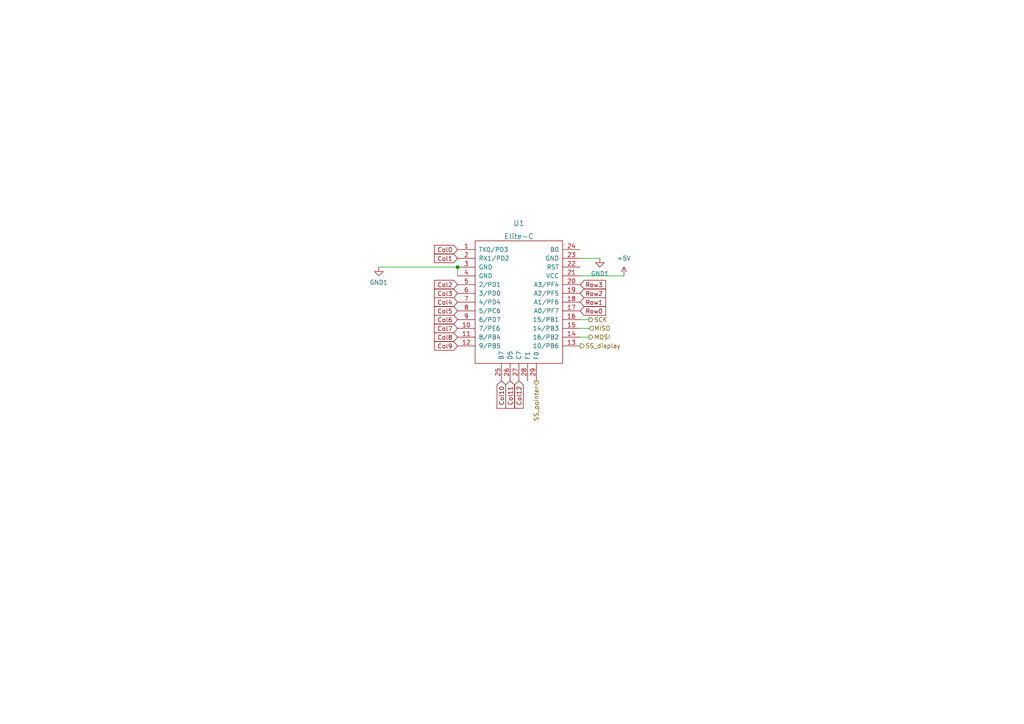
<source format=kicad_sch>
(kicad_sch (version 20230121) (generator eeschema)
  (paper "A4")
  (lib_symbols
    (symbol "keebio:Elite-C" (pin_names (offset 1.016))
      (property "Reference" "U" (at 0 0 0))
      (property "Value" "Elite-C" (at 0 2.54 0))
      (symbol "Elite-C_0_1"
        (rectangle (start 12.7 -19.05) (end -12.7 16.51))
      )
      (symbol "Elite-C_1_1"
        (pin input line (at -17.78 13.97 0) (length 5.08) (name "TX0/PD3") (number "1"))
        (pin input line (at -17.78 -8.89 0) (length 5.08) (name "7/PE6") (number "10"))
        (pin input line (at -17.78 -11.43 0) (length 5.08) (name "8/PB4") (number "11"))
        (pin input line (at -17.78 -13.97 0) (length 5.08) (name "9/PB5") (number "12"))
        (pin input line (at 17.78 -13.97 180) (length 5.08) (name "10/PB6") (number "13"))
        (pin input line (at 17.78 -11.43 180) (length 5.08) (name "16/PB2") (number "14"))
        (pin input line (at 17.78 -8.89 180) (length 5.08) (name "14/PB3") (number "15"))
        (pin input line (at 17.78 -6.35 180) (length 5.08) (name "15/PB1") (number "16"))
        (pin input line (at 17.78 -3.81 180) (length 5.08) (name "A0/PF7") (number "17"))
        (pin input line (at 17.78 -1.27 180) (length 5.08) (name "A1/PF6") (number "18"))
        (pin input line (at 17.78 1.27 180) (length 5.08) (name "A2/PF5") (number "19"))
        (pin input line (at -17.78 11.43 0) (length 5.08) (name "RX1/PD2") (number "2"))
        (pin input line (at 17.78 3.81 180) (length 5.08) (name "A3/PF4") (number "20"))
        (pin input line (at 17.78 6.35 180) (length 5.08) (name "VCC") (number "21"))
        (pin input line (at 17.78 8.89 180) (length 5.08) (name "RST") (number "22"))
        (pin input line (at 17.78 11.43 180) (length 5.08) (name "GND") (number "23"))
        (pin input line (at 17.78 13.97 180) (length 5.08) (name "B0") (number "24"))
        (pin input line (at -5.08 -24.13 90) (length 5.08) (name "B7") (number "25"))
        (pin input line (at -2.54 -24.13 90) (length 5.08) (name "D5") (number "26"))
        (pin input line (at 0 -24.13 90) (length 5.08) (name "C7") (number "27"))
        (pin input line (at 2.54 -24.13 90) (length 5.08) (name "F1") (number "28"))
        (pin input line (at 5.08 -24.13 90) (length 5.08) (name "F0") (number "29"))
        (pin input line (at -17.78 8.89 0) (length 5.08) (name "GND") (number "3"))
        (pin input line (at -17.78 6.35 0) (length 5.08) (name "GND") (number "4"))
        (pin input line (at -17.78 3.81 0) (length 5.08) (name "2/PD1") (number "5"))
        (pin input line (at -17.78 1.27 0) (length 5.08) (name "3/PD0") (number "6"))
        (pin input line (at -17.78 -1.27 0) (length 5.08) (name "4/PD4") (number "7"))
        (pin input line (at -17.78 -3.81 0) (length 5.08) (name "5/PC6") (number "8"))
        (pin input line (at -17.78 -6.35 0) (length 5.08) (name "6/PD7") (number "9"))
      )
    )
    (symbol "power:+5V" (power) (pin_names (offset 0))
      (property "Value" "+5V" (at 0 3.556 0))
      (symbol "+5V_0_1"
        (polyline (pts (xy -0.762 1.27) (xy 0 2.54)))
        (polyline (pts (xy 0 0) (xy 0 2.54)))
        (polyline (pts (xy 0 2.54) (xy 0.762 1.27)))
      )
      (symbol "+5V_1_1"
        (pin power_in line (at 0 0 90) (length 0) hide (name "+5V") (number "1"))
      )
    )
    (symbol "power:GND1" (power) (pin_names (offset 0))
      (property "Value" "GND1" (at 0 -3.81 0))
      (symbol "GND1_0_1"
        (polyline (pts (xy 0 0) (xy 0 -1.27) (xy 1.27 -1.27) (xy 0 -2.54) (xy -1.27 -1.27) (xy 0 -1.27)))
      )
      (symbol "GND1_1_1"
        (pin power_in line (at 0 0 270) (length 0) hide (name "GND1") (number "1"))
      )
    )
  )
  (junction (at 132.715 77.47))
  (wire (pts (xy 168.275 80.01) (xy 180.975 80.01)))
  (wire (pts (xy 132.715 77.47) (xy 132.715 80.01)))
  (wire (pts (xy 170.815 97.79) (xy 168.275 97.79)))
  (wire (pts (xy 170.815 92.71) (xy 168.275 92.71)))
  (wire (pts (xy 168.275 74.93) (xy 173.99 74.93)))
  (wire (pts (xy 170.815 95.25) (xy 168.275 95.25)))
  (wire (pts (xy 109.855 77.47) (xy 132.715 77.47)))
  (global_label "Col4" (shape input) (at 132.715 87.63 180) (property "Intersheetrefs" "${INTERSHEET_REFS}" (effects hide)))
  (global_label "Col10" (shape input) (at 145.415 110.49 270) (property "Intersheetrefs" "${INTERSHEET_REFS}" (effects hide)))
  (global_label "Col6" (shape input) (at 132.715 92.71 180) (property "Intersheetrefs" "${INTERSHEET_REFS}" (effects hide)))
  (global_label "Col0" (shape input) (at 132.715 72.39 180) (property "Intersheetrefs" "${INTERSHEET_REFS}" (effects hide)))
  (global_label "Row2" (shape input) (at 168.275 85.09 0) (property "Intersheetrefs" "${INTERSHEET_REFS}" (effects hide)))
  (global_label "Col2" (shape input) (at 132.715 82.55 180) (property "Intersheetrefs" "${INTERSHEET_REFS}" (effects hide)))
  (global_label "Col12" (shape input) (at 150.495 110.49 270) (property "Intersheetrefs" "${INTERSHEET_REFS}" (effects hide)))
  (global_label "Col1" (shape input) (at 132.715 74.93 180) (property "Intersheetrefs" "${INTERSHEET_REFS}" (effects hide)))
  (global_label "Col7" (shape input) (at 132.715 95.25 180) (property "Intersheetrefs" "${INTERSHEET_REFS}" (effects hide)))
  (global_label "Row0" (shape input) (at 168.275 90.17 0) (property "Intersheetrefs" "${INTERSHEET_REFS}" (effects hide)))
  (global_label "Row1" (shape input) (at 168.275 87.63 0) (property "Intersheetrefs" "${INTERSHEET_REFS}" (effects hide)))
  (global_label "Row3" (shape input) (at 168.275 82.55 0) (property "Intersheetrefs" "${INTERSHEET_REFS}" (effects hide)))
  (global_label "Col5" (shape input) (at 132.715 90.17 180) (property "Intersheetrefs" "${INTERSHEET_REFS}" (effects hide)))
  (global_label "Col3" (shape input) (at 132.715 85.09 180) (property "Intersheetrefs" "${INTERSHEET_REFS}" (effects hide)))
  (global_label "Col9" (shape input) (at 132.715 100.33 180) (property "Intersheetrefs" "${INTERSHEET_REFS}" (effects hide)))
  (global_label "Col11" (shape input) (at 147.955 110.49 270) (property "Intersheetrefs" "${INTERSHEET_REFS}" (effects hide)))
  (global_label "Col8" (shape input) (at 132.715 97.79 180) (property "Intersheetrefs" "${INTERSHEET_REFS}" (effects hide)))
  (hierarchical_label "SS_display" (shape output) (at 168.275 100.33 0))
  (hierarchical_label "SS_pointer" (shape output) (at 155.575 110.49 270))
  (hierarchical_label "MOSI" (shape output) (at 170.815 97.79 0))
  (hierarchical_label "MISO" (shape input) (at 170.815 95.25 0))
  (hierarchical_label "SCK" (shape output) (at 170.815 92.71 0))
  (symbol (lib_id "power:GND1") (at 173.99 74.93 0) (unit 1)
    (property "Reference" "#PWR0109" (effects hide))
    (property "Value" "GND1" (at 173.99 79.375 0))
  )
  (symbol (lib_id "keebio:Elite-C") (at 150.495 86.36 0) (unit 1)
    (property "Reference" "U1" (at 150.495 64.77 0) (effects (font (size 1.524 1.524))))
    (property "Value" "Elite-C" (at 150.495 68.58 0) (effects (font (size 1.524 1.524))))
    (property "Footprint" "Keebio-Parts:Elite-C" (effects hide))
  )
  (symbol (lib_id "power:+5V") (at 180.975 80.01 0) (unit 1)
    (property "Reference" "#PWR0112" (effects hide))
    (property "Value" "+5V" (at 180.975 74.93 0))
  )
  (symbol (lib_id "power:GND1") (at 109.855 77.47 0) (unit 1)
    (property "Reference" "#PWR0110" (effects hide))
    (property "Value" "GND1" (at 109.855 81.915 0))
  )
)
</source>
